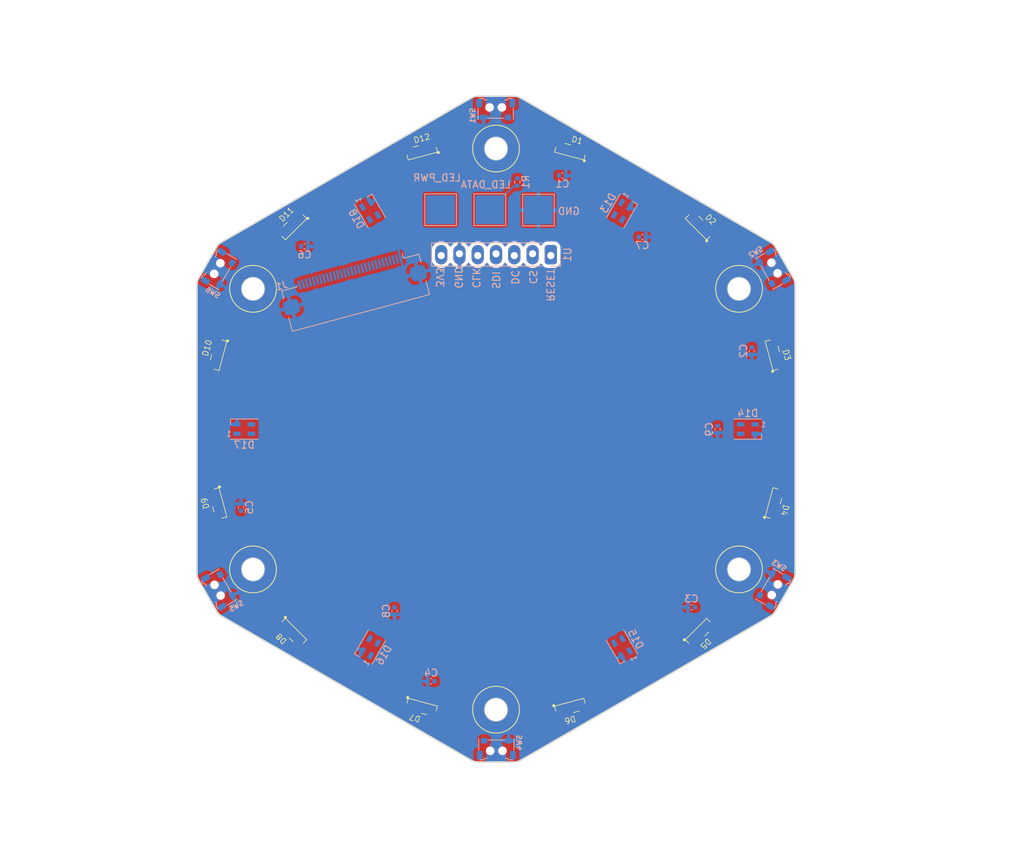
<source format=kicad_pcb>
(kicad_pcb (version 20221018) (generator pcbnew)
  (layers (0 "F.Cu" signal) (31 "B.Cu" signal) (34 "B.Paste" user) (35 "F.Paste" user) (36 "B.SilkS" user "B.Silkscreen") (37 "F.SilkS" user "F.Silkscreen") (38 "B.Mask" user) (39 "F.Mask" user) (44 "Edge.Cuts" user))
  (net 0 "")
  (net 1 "Net-(D1-DOUT)")
  (net 2 "Net-(D10-DIN)")
  (net 3 "GND")
  (net 4 "Net-(D13-DOUT)")
  (net 5 "Net-(D14-DOUT)")
  (net 6 "Net-(D15-DOUT)")
  (net 7 "Net-(D16-DOUT)")
  (net 8 "Net-(D17-DOUT)")
  (net 10 "Net-(D2-DOUT)")
  (net 11 "Net-(D3-DOUT)")
  (net 12 "Net-(D4-DOUT)")
  (net 13 "Net-(D5-DOUT)")
  (net 14 "Net-(D6-DOUT)")
  (net 15 "Net-(D7-DOUT)")
  (net 16 "Net-(D8-DOUT)")
  (net 17 "Net-(D10-DOUT)")
  (net 18 "Net-(D11-DOUT)")
  (net 19 "Net-(D12-DOUT)")
  (net 20 "/VBAT_SW")
  (net 21 "/ESPRX")
  (net 22 "/ESPTX")
  (net 23 "/ESPRESET")
  (net 24 "/ESPBL")
  (net 25 "/SCL")
  (net 26 "/SDA")
  (net 27 "/LS2")
  (net 28 "Net-(D1-DIN)")
  (net 29 "/LS1")
  (net 30 "/HS4")
  (net 31 "/HS3")
  (net 32 "/HS2")
  (net 33 "/HS1")
  (net 34 "/3V3")
  (net 35 "/BTN6")
  (net 36 "/BTN5")
  (net 37 "/BTN4")
  (net 38 "/BTN3")
  (net 39 "/BTN2")
  (net 40 "/BTN1")
  (net 41 "/LED_DATA")
  (footprint "nodular:SK6805SIDE-S" (layer "F.Cu") (at 71.715729 128.284271 135)
    (fp_text reference "D8" (at 0.5 -1.7 135 unlocked) (layer "F.SilkS") (effects (font (size 0.8 0.8) (thickness 0.1))))
    (fp_text value "SK68xx-EC3210x")
    (pad "1" smd roundrect (at -1.68 -0.45 225) (size 0.55 1.05) (layers "F.Cu" "F.Paste" "F.Mask") (roundrect_rratio 0.2) (net 20 "/VBAT_SW"))
    (pad "1" smd roundrect (at -1.48 -0.5 135) (size 0.65 1.05) (layers "F.Cu" "F.Paste" "F.Mask") (roundrect_rratio 0.2) (net 20 "/VBAT_SW"))
    (pad "2" smd roundrect (at 0.2 -0.5 135) (size 0.45 1.05) (layers "F.Cu" "F.Paste" "F.Mask") (roundrect_rratio 0.2) (net 3 "GND"))
    (pad "3" smd roundrect (at 0.95 -0.5 135) (size 0.35 1.05) (layers "F.Cu" "F.Paste" "F.Mask") (roundrect_rratio 0.2) (net 16 "Net-(D8-DOUT)"))
    (pad "4" smd roundrect (at 1.7 -0.5 135) (size 0.39 1.05) (layers "F.Cu" "F.Paste" "F.Mask") (roundrect_rratio 0.2) (net 15 "Net-(D7-DOUT)"))
    (pad "4" smd roundrect (at 1.905 -0.45 225) (size 0.55 0.8) (layers "F.Cu" "F.Paste" "F.Mask") (roundrect_rratio 0.2) (net 15 "Net-(D7-DOUT)"))
  )
  (footprint "nodular:SK6805SIDE-S" (layer "F.Cu") (at 71.715729 71.715729 45)
    (fp_text reference "D11" (at 0.5 -1.7 45 unlocked) (layer "F.SilkS") (effects (font (size 0.8 0.8) (thickness 0.1))))
    (fp_text value "SK68xx-EC3210x")
    (pad "1" smd roundrect (at -1.68 -0.45 135) (size 0.55 1.05) (layers "F.Cu" "F.Paste" "F.Mask") (roundrect_rratio 0.2) (net 20 "/VBAT_SW"))
    (pad "1" smd roundrect (at -1.48 -0.5 45) (size 0.65 1.05) (layers "F.Cu" "F.Paste" "F.Mask") (roundrect_rratio 0.2) (net 20 "/VBAT_SW"))
    (pad "2" smd roundrect (at 0.2 -0.5 45) (size 0.45 1.05) (layers "F.Cu" "F.Paste" "F.Mask") (roundrect_rratio 0.2) (net 3 "GND"))
    (pad "3" smd roundrect (at 0.95 -0.5 45) (size 0.35 1.05) (layers "F.Cu" "F.Paste" "F.Mask") (roundrect_rratio 0.2) (net 18 "Net-(D11-DOUT)"))
    (pad "4" smd roundrect (at 1.7 -0.5 45) (size 0.39 1.05) (layers "F.Cu" "F.Paste" "F.Mask") (roundrect_rratio 0.2) (net 17 "Net-(D10-DOUT)"))
    (pad "4" smd roundrect (at 1.905 -0.45 135) (size 0.55 0.8) (layers "F.Cu" "F.Paste" "F.Mask") (roundrect_rratio 0.2) (net 17 "Net-(D10-DOUT)"))
  )
  (footprint "nodular:SK6805SIDE-S" (layer "F.Cu") (at 61.362967 110.352762 105)
    (fp_text reference "D9" (at 0.5 -1.7 105 unlocked) (layer "F.SilkS") (effects (font (size 0.8 0.8) (thickness 0.1))))
    (fp_text value "SK68xx-EC3210x")
    (pad "1" smd roundrect (at -1.68 -0.45 195) (size 0.55 1.05) (layers "F.Cu" "F.Paste" "F.Mask") (roundrect_rratio 0.2) (net 20 "/VBAT_SW"))
    (pad "1" smd roundrect (at -1.48 -0.5 105) (size 0.65 1.05) (layers "F.Cu" "F.Paste" "F.Mask") (roundrect_rratio 0.2) (net 20 "/VBAT_SW"))
    (pad "2" smd roundrect (at 0.2 -0.5 105) (size 0.45 1.05) (layers "F.Cu" "F.Paste" "F.Mask") (roundrect_rratio 0.2) (net 3 "GND"))
    (pad "3" smd roundrect (at 0.95 -0.5 105) (size 0.35 1.05) (layers "F.Cu" "F.Paste" "F.Mask") (roundrect_rratio 0.2) (net 2 "Net-(D10-DIN)"))
    (pad "4" smd roundrect (at 1.7 -0.5 105) (size 0.39 1.05) (layers "F.Cu" "F.Paste" "F.Mask") (roundrect_rratio 0.2) (net 16 "Net-(D8-DOUT)"))
    (pad "4" smd roundrect (at 1.905 -0.45 195) (size 0.55 0.8) (layers "F.Cu" "F.Paste" "F.Mask") (roundrect_rratio 0.2) (net 16 "Net-(D8-DOUT)"))
  )
  (footprint "nodular:SK6805SIDE-S" (layer "F.Cu") (at 110.352762 61.362967 -15)
    (fp_text reference "D1" (at 0.5 -1.7 -15 unlocked) (layer "F.SilkS") (effects (font (size 0.8 0.8) (thickness 0.1))))
    (fp_text value "SK68xx-EC3210x")
    (pad "1" smd roundrect (at -1.68 -0.45 75) (size 0.55 1.05) (layers "F.Cu" "F.Paste" "F.Mask") (roundrect_rratio 0.2) (net 20 "/VBAT_SW"))
    (pad "1" smd roundrect (at -1.48 -0.5 345) (size 0.65 1.05) (layers "F.Cu" "F.Paste" "F.Mask") (roundrect_rratio 0.2) (net 20 "/VBAT_SW"))
    (pad "2" smd roundrect (at 0.2 -0.5 345) (size 0.45 1.05) (layers "F.Cu" "F.Paste" "F.Mask") (roundrect_rratio 0.2) (net 3 "GND"))
    (pad "3" smd roundrect (at 0.95 -0.5 345) (size 0.35 1.05) (layers "F.Cu" "F.Paste" "F.Mask") (roundrect_rratio 0.2) (net 1 "Net-(D1-DOUT)"))
    (pad "4" smd roundrect (at 1.7 -0.5 345) (size 0.39 1.05) (layers "F.Cu" "F.Paste" "F.Mask") (roundrect_rratio 0.2) (net 28 "Net-(D1-DIN)"))
    (pad "4" smd roundrect (at 1.905 -0.45 75) (size 0.55 0.8) (layers "F.Cu" "F.Paste" "F.Mask") (roundrect_rratio 0.2) (net 28 "Net-(D1-DIN)"))
  )
  (footprint "nodular:SK6805SIDE-S" (layer "F.Cu") (at 128.284271 71.715729 -45)
    (fp_text reference "D2" (at 0.5 -1.7 -45 unlocked) (layer "F.SilkS") (effects (font (size 0.8 0.8) (thickness 0.1))))
    (fp_text value "SK68xx-EC3210x")
    (pad "1" smd roundrect (at -1.68 -0.45 45) (size 0.55 1.05) (layers "F.Cu" "F.Paste" "F.Mask") (roundrect_rratio 0.2) (net 20 "/VBAT_SW"))
    (pad "1" smd roundrect (at -1.48 -0.5 315) (size 0.65 1.05) (layers "F.Cu" "F.Paste" "F.Mask") (roundrect_rratio 0.2) (net 20 "/VBAT_SW"))
    (pad "2" smd roundrect (at 0.2 -0.5 315) (size 0.45 1.05) (layers "F.Cu" "F.Paste" "F.Mask") (roundrect_rratio 0.2) (net 3 "GND"))
    (pad "3" smd roundrect (at 0.95 -0.5 315) (size 0.35 1.05) (layers "F.Cu" "F.Paste" "F.Mask") (roundrect_rratio 0.2) (net 10 "Net-(D2-DOUT)"))
    (pad "4" smd roundrect (at 1.7 -0.5 315) (size 0.39 1.05) (layers "F.Cu" "F.Paste" "F.Mask") (roundrect_rratio 0.2) (net 1 "Net-(D1-DOUT)"))
    (pad "4" smd roundrect (at 1.905 -0.45 45) (size 0.55 0.8) (layers "F.Cu" "F.Paste" "F.Mask") (roundrect_rratio 0.2) (net 1 "Net-(D1-DOUT)"))
  )
  (footprint "nodular:SK6805SIDE-S" (layer "F.Cu") (at 89.647238 61.362967 15)
    (fp_text reference "D12" (at 0.5 -1.7 15 unlocked) (layer "F.SilkS") (effects (font (size 0.8 0.8) (thickness 0.1))))
    (fp_text value "SK68xx-EC3210x")
    (pad "1" smd roundrect (at -1.68 -0.45 105) (size 0.55 1.05) (layers "F.Cu" "F.Paste" "F.Mask") (roundrect_rratio 0.2) (net 20 "/VBAT_SW"))
    (pad "1" smd roundrect (at -1.48 -0.5 15) (size 0.65 1.05) (layers "F.Cu" "F.Paste" "F.Mask") (roundrect_rratio 0.2) (net 20 "/VBAT_SW"))
    (pad "2" smd roundrect (at 0.2 -0.5 15) (size 0.45 1.05) (layers "F.Cu" "F.Paste" "F.Mask") (roundrect_rratio 0.2) (net 3 "GND"))
    (pad "3" smd roundrect (at 0.95 -0.5 15) (size 0.35 1.05) (layers "F.Cu" "F.Paste" "F.Mask") (roundrect_rratio 0.2) (net 19 "Net-(D12-DOUT)"))
    (pad "4" smd roundrect (at 1.7 -0.5 15) (size 0.39 1.05) (layers "F.Cu" "F.Paste" "F.Mask") (roundrect_rratio 0.2) (net 18 "Net-(D11-DOUT)"))
    (pad "4" smd roundrect (at 1.905 -0.45 105) (size 0.55 0.8) (layers "F.Cu" "F.Paste" "F.Mask") (roundrect_rratio 0.2) (net 18 "Net-(D11-DOUT)"))
  )
  (footprint "nodular:SK6805SIDE-S" (layer "F.Cu") (at 110.352762 138.637033 -165)
    (fp_text reference "D6" (at 0.5 -1.7 -165 unlocked) (layer "F.SilkS") (effects (font (size 0.8 0.8) (thickness 0.1))))
    (fp_text value "SK68xx-EC3210x")
    (pad "1" smd roundrect (at -1.68 -0.45 285) (size 0.55 1.05) (layers "F.Cu" "F.Paste" "F.Mask") (roundrect_rratio 0.2) (net 20 "/VBAT_SW"))
    (pad "1" smd roundrect (at -1.48 -0.5 195) (size 0.65 1.05) (layers "F.Cu" "F.Paste" "F.Mask") (roundrect_rratio 0.2) (net 20 "/VBAT_SW"))
    (pad "2" smd roundrect (at 0.2 -0.5 195) (size 0.45 1.05) (layers "F.Cu" "F.Paste" "F.Mask") (roundrect_rratio 0.2) (net 3 "GND"))
    (pad "3" smd roundrect (at 0.95 -0.5 195) (size 0.35 1.05) (layers "F.Cu" "F.Paste" "F.Mask") (roundrect_rratio 0.2) (net 14 "Net-(D6-DOUT)"))
    (pad "4" smd roundrect (at 1.7 -0.5 195) (size 0.39 1.05) (layers "F.Cu" "F.Paste" "F.Mask") (roundrect_rratio 0.2) (net 13 "Net-(D5-DOUT)"))
    (pad "4" smd roundrect (at 1.905 -0.45 285) (size 0.55 0.8) (layers "F.Cu" "F.Paste" "F.Mask") (roundrect_rratio 0.2) (net 13 "Net-(D5-DOUT)"))
  )
  (footprint "nodular:SK6805SIDE-S" (layer "F.Cu") (at 61.362967 89.647238 75)
    (fp_text reference "D10" (at 0.5 -1.7 75 unlocked) (layer "F.SilkS") (effects (font (size 0.8 0.8) (thickness 0.1))))
    (fp_text value "SK68xx-EC3210x")
    (pad "1" smd roundrect (at -1.68 -0.45 165) (size 0.55 1.05) (layers "F.Cu" "F.Paste" "F.Mask") (roundrect_rratio 0.2) (net 20 "/VBAT_SW"))
    (pad "1" smd roundrect (at -1.48 -0.5 75) (size 0.65 1.05) (layers "F.Cu" "F.Paste" "F.Mask") (roundrect_rratio 0.2) (net 20 "/VBAT_SW"))
    (pad "2" smd roundrect (at 0.2 -0.5 75) (size 0.45 1.05) (layers "F.Cu" "F.Paste" "F.Mask") (roundrect_rratio 0.2) (net 3 "GND"))
    (pad "3" smd roundrect (at 0.95 -0.5 75) (size 0.35 1.05) (layers "F.Cu" "F.Paste" "F.Mask") (roundrect_rratio 0.2) (net 17 "Net-(D10-DOUT)"))
    (pad "4" smd roundrect (at 1.7 -0.5 75) (size 0.39 1.05) (layers "F.Cu" "F.Paste" "F.Mask") (roundrect_rratio 0.2) (net 2 "Net-(D10-DIN)"))
    (pad "4" smd roundrect (at 1.905 -0.45 165) (size 0.55 0.8) (layers "F.Cu" "F.Paste" "F.Mask") (roundrect_rratio 0.2) (net 2 "Net-(D10-DIN)"))
  )
  (footprint "nodular:SK6805SIDE-S" (layer "F.Cu") (at 128.284271 128.284271 -135)
    (fp_text reference "D5" (at 0.5 -1.7 -135 unlocked) (layer "F.SilkS") (effects (font (size 0.8 0.8) (thickness 0.1))))
    (fp_text value "SK68xx-EC3210x")
    (pad "1" smd roundrect (at -1.68 -0.45 315) (size 0.55 1.05) (layers "F.Cu" "F.Paste" "F.Mask") (roundrect_rratio 0.2) (net 20 "/VBAT_SW"))
    (pad "1" smd roundrect (at -1.48 -0.5 225) (size 0.65 1.05) (layers "F.Cu" "F.Paste" "F.Mask") (roundrect_rratio 0.2) (net 20 "/VBAT_SW"))
    (pad "2" smd roundrect (at 0.2 -0.5 225) (size 0.45 1.05) (layers "F.Cu" "F.Paste" "F.Mask") (roundrect_rratio 0.2) (net 3 "GND"))
    (pad "3" smd roundrect (at 0.95 -0.5 225) (size 0.35 1.05) (layers "F.Cu" "F.Paste" "F.Mask") (roundrect_rratio 0.2) (net 13 "Net-(D5-DOUT)"))
    (pad "4" smd roundrect (at 1.7 -0.5 225) (size 0.39 1.05) (layers "F.Cu" "F.Paste" "F.Mask") (roundrect_rratio 0.2) (net 12 "Net-(D4-DOUT)"))
    (pad "4" smd roundrect (at 1.905 -0.45 315) (size 0.55 0.8) (layers "F.Cu" "F.Paste" "F.Mask") (roundrect_rratio 0.2) (net 12 "Net-(D4-DOUT)"))
  )
  (footprint "nodular:SK6805SIDE-S" (layer "F.Cu") (at 89.647238 138.637033 165)
    (fp_text reference "D7" (at 0.5 -1.7 165 unlocked) (layer "F.SilkS") (effects (font (size 0.8 0.8) (thickness 0.1))))
    (fp_text value "SK68xx-EC3210x")
    (pad "1" smd roundrect (at -1.68 -0.45 255) (size 0.55 1.05) (layers "F.Cu" "F.Paste" "F.Mask") (roundrect_rratio 0.2) (net 20 "/VBAT_SW"))
    (pad "1" smd roundrect (at -1.48 -0.5 165) (size 0.65 1.05) (layers "F.Cu" "F.Paste" "F.Mask") (roundrect_rratio 0.2) (net 20 "/VBAT_SW"))
    (pad "2" smd roundrect (at 0.2 -0.5 165) (size 0.45 1.05) (layers "F.Cu" "F.Paste" "F.Mask") (roundrect_rratio 0.2) (net 3 "GND"))
    (pad "3" smd roundrect (at 0.95 -0.5 165) (size 0.35 1.05) (layers "F.Cu" "F.Paste" "F.Mask") (roundrect_rratio 0.2) (net 15 "Net-(D7-DOUT)"))
    (pad "4" smd roundrect (at 1.7 -0.5 165) (size 0.39 1.05) (layers "F.Cu" "F.Paste" "F.Mask") (roundrect_rratio 0.2) (net 14 "Net-(D6-DOUT)"))
    (pad "4" smd roundrect (at 1.905 -0.45 255) (size 0.55 0.8) (layers "F.Cu" "F.Paste" "F.Mask") (roundrect_rratio 0.2) (net 14 "Net-(D6-DOUT)"))
  )
  (footprint "nodular:SK6805SIDE-S" (layer "F.Cu") (at 138.637033 89.647238 -75)
    (fp_text reference "D3" (at 0.5 -1.7 -75 unlocked) (layer "F.SilkS") (effects (font (size 0.8 0.8) (thickness 0.1))))
    (fp_text value "SK68xx-EC3210x")
    (pad "1" smd roundrect (at -1.68 -0.45 15) (size 0.55 1.05) (layers "F.Cu" "F.Paste" "F.Mask") (roundrect_rratio 0.2) (net 20 "/VBAT_SW"))
    (pad "1" smd roundrect (at -1.48 -0.5 285) (size 0.65 1.05) (layers "F.Cu" "F.Paste" "F.Mask") (roundrect_rratio 0.2) (net 20 "/VBAT_SW"))
    (pad "2" smd roundrect (at 0.2 -0.5 285) (size 0.45 1.05) (layers "F.Cu" "F.Paste" "F.Mask") (roundrect_rratio 0.2) (net 3 "GND"))
    (pad "3" smd roundrect (at 0.95 -0.5 285) (size 0.35 1.05) (layers "F.Cu" "F.Paste" "F.Mask") (roundrect_rratio 0.2) (net 11 "Net-(D3-DOUT)"))
    (pad "4" smd roundrect (at 1.7 -0.5 285) (size 0.39 1.05) (layers "F.Cu" "F.Paste" "F.Mask") (roundrect_rratio 0.2) (net 10 "Net-(D2-DOUT)"))
    (pad "4" smd roundrect (at 1.905 -0.45 15) (size 0.55 0.8) (layers "F.Cu" "F.Paste" "F.Mask") (roundrect_rratio 0.2) (net 10 "Net-(D2-DOUT)"))
  )
  (footprint "nodular:SK6805SIDE-S" (layer "F.Cu") (at 138.637033 110.352762 -105)
    (fp_text reference "D4" (at 0.5 -1.7 -105 unlocked) (layer "F.SilkS") (effects (font (size 0.8 0.8) (thickness 0.1))))
    (fp_text value "SK68xx-EC3210x")
    (pad "1" smd roundrect (at -1.68 -0.45 345) (size 0.55 1.05) (layers "F.Cu" "F.Paste" "F.Mask") (roundrect_rratio 0.2) (net 20 "/VBAT_SW"))
    (pad "1" smd roundrect (at -1.48 -0.5 255) (size 0.65 1.05) (layers "F.Cu" "F.Paste" "F.Mask") (roundrect_rratio 0.2) (net 20 "/VBAT_SW"))
    (pad "2" smd roundrect (at 0.2 -0.5 255) (size 0.45 1.05) (layers "F.Cu" "F.Paste" "F.Mask") (roundrect_rratio 0.2) (net 3 "GND"))
    (pad "3" smd roundrect (at 0.95 -0.5 255) (size 0.35 1.05) (layers "F.Cu" "F.Paste" "F.Mask") (roundrect_rratio 0.2) (net 12 "Net-(D4-DOUT)"))
    (pad "4" smd roundrect (at 1.7 -0.5 255) (size 0.39 1.05) (layers "F.Cu" "F.Paste" "F.Mask") (roundrect_rratio 0.2) (net 11 "Net-(D3-DOUT)"))
    (pad "4" smd roundrect (at 1.905 -0.45 345) (size 0.55 0.8) (layers "F.Cu" "F.Paste" "F.Mask") (roundrect_rratio 0.2) (net 11 "Net-(D3-DOUT)"))
  )
  (footprint "LED_SMD:LED_SK6805_PLCC4_2.4x2.7mm_P1.3mm" (layer "B.Cu") (at 117.5 130.310889 120)
    (fp_text reference "D15" (at 0 2.2 120) (layer "B.SilkS") (effects (justify mirror)))
    (fp_text value "SK6805MICRO-J")
    (fp_text user "1" (at -2.15 0.65 120) (layer "B.SilkS") (effects (font (size 0.75 0.75) (thickness 0.12)) (justify mirror)))
    (pad "1" smd rect (at -1 0.65 120) (size 1 0.6) (layers "B.Cu" "B.Paste" "B.Mask") (net 6 "Net-(D15-DOUT)"))
    (pad "2" smd rect (at -1 -0.65 120) (size 1 0.6) (layers "B.Cu" "B.Paste" "B.Mask") (net 3 "GND"))
    (pad "3" smd rect (at 1 -0.65 120) (size 1 0.6) (layers "B.Cu" "B.Paste" "B.Mask") (net 5 "Net-(D14-DOUT)"))
    (pad "4" smd rect (at 1 0.65 120) (size 1 0.6) (layers "B.Cu" "B.Paste" "B.Mask") (net 20 "/VBAT_SW"))
  )
  (footprint "Capacitor_SMD:C_0402_1005Metric" (layer "B.Cu") (at 135.55 89.13 -90)
    (fp_text reference "C2" (at 0 1.16 90) (layer "B.SilkS") (effects (justify mirror)))
    (fp_text value "1u")
    (pad "1" smd roundrect (at -0.48 0 270) (size 0.56 0.62) (layers "B.Cu" "B.Paste" "B.Mask") (net 20 "/VBAT_SW"))
    (pad "2" smd roundrect (at 0.48 0 270) (size 0.56 0.62) (layers "B.Cu" "B.Paste" "B.Mask") (net 3 "GND"))
  )
  (footprint "Capacitor_SMD:C_0402_1005Metric" (layer "B.Cu") (at 109.22 64.75)
    (fp_text reference "C1" (at 0 1.16) (layer "B.SilkS") (effects (justify mirror)))
    (fp_text value "1u")
    (pad "1" smd roundrect (at -0.48 0) (size 0.56 0.62) (layers "B.Cu" "B.Paste" "B.Mask") (net 20 "/VBAT_SW"))
    (pad "2" smd roundrect (at 0.48 0) (size 0.56 0.62) (layers "B.Cu" "B.Paste" "B.Mask") (net 3 "GND"))
  )
  (footprint "Capacitor_SMD:C_0402_1005Metric" (layer "B.Cu") (at 130.8 100.03 -90)
    (fp_text reference "C9" (at 0 1.16 90) (layer "B.SilkS") (effects (justify mirror)))
    (fp_text value "1u")
    (pad "1" smd roundrect (at -0.48 0 270) (size 0.56 0.62) (layers "B.Cu" "B.Paste" "B.Mask") (net 20 "/VBAT_SW"))
    (pad "2" smd roundrect (at 0.48 0 270) (size 0.56 0.62) (layers "B.Cu" "B.Paste" "B.Mask") (net 3 "GND"))
  )
  (footprint "Capacitor_SMD:C_0402_1005Metric" (layer "B.Cu") (at 73.38 74.6)
    (fp_text reference "C6" (at 0 1.16) (layer "B.SilkS") (effects (justify mirror)))
    (fp_text value "1u")
    (pad "1" smd roundrect (at -0.48 0) (size 0.56 0.62) (layers "B.Cu" "B.Paste" "B.Mask") (net 20 "/VBAT_SW"))
    (pad "2" smd roundrect (at 0.48 0) (size 0.56 0.62) (layers "B.Cu" "B.Paste" "B.Mask") (net 3 "GND"))
  )
  (footprint "nodular:sidebutton-1TS003B-1400-3500A-CT" (layer "B.Cu") (at 138.748656 122.325359 60)
    (fp_text reference "SW3" (at 3.21 -1.14 150) (layer "B.SilkS") (effects (font (size 0.7 0.7)) (justify mirror)))
    (fp_text value "SW_Push")
    (pad "" smd roundrect (at -2.3 0.6 60) (size 0.8 1.2) (layers "B.Cu" "B.Paste" "B.Mask"))
    (pad "" np_thru_hole circle (at -0.85 0 60) (size 0.7 0.7) (drill 0.7) (layers "*.Cu" "*.Mask"))
    (pad "" np_thru_hole circle (at 0.85 0 60) (size 0.7 0.7) (drill 0.7) (layers "*.Cu" "*.Mask"))
    (pad "" smd roundrect (at 2.3 0.6 60) (size 0.8 1.2) (layers "B.Cu" "B.Paste" "B.Mask"))
    (pad "1" smd roundrect (at -1.7 -1.4 60) (size 0.9 0.8) (layers "B.Cu" "B.Paste" "B.Mask") (net 38 "/BTN3"))
    (pad "2" smd roundrect (at 1.7 -1.4 60) (size 0.9 0.8) (layers "B.Cu" "B.Paste" "B.Mask") (net 3 "GND"))
  )
  (footprint "nodular:sidebutton-1TS003B-1400-3500A-CT" (layer "B.Cu") (at 138.708656 77.605359 120)
    (fp_text reference "SW2" (at 3.21 -1.14 30) (layer "B.SilkS") (effects (font (size 0.7 0.7)) (justify mirror)))
    (fp_text value "SW_Push")
    (pad "" smd roundrect (at -2.3 0.6 120) (size 0.8 1.2) (layers "B.Cu" "B.Paste" "B.Mask"))
    (pad "" np_thru_hole circle (at -0.85 0 120) (size 0.7 0.7) (drill 0.7) (layers "*.Cu" "*.Mask"))
    (pad "" np_thru_hole circle (at 0.85 0 120) (size 0.7 0.7) (drill 0.7) (layers "*.Cu" "*.Mask"))
    (pad "" smd roundrect (at 2.3 0.6 120) (size 0.8 1.2) (layers "B.Cu" "B.Paste" "B.Mask"))
    (pad "1" smd roundrect (at -1.7 -1.4 120) (size 0.9 0.8) (layers "B.Cu" "B.Paste" "B.Mask") (net 39 "/BTN2"))
    (pad "2" smd roundrect (at 1.7 -1.4 120) (size 0.9 0.8) (layers "B.Cu" "B.Paste" "B.Mask") (net 3 "GND"))
  )
  (footprint "Capacitor_SMD:C_0402_1005Metric" (layer "B.Cu") (at 64.55 110.87 90)
    (fp_text reference "C5" (at 0 1.16 90) (layer "B.SilkS") (effects (justify mirror)))
    (fp_text value "1u")
    (pad "1" smd roundrect (at -0.48 0 90) (size 0.56 0.62) (layers "B.Cu" "B.Paste" "B.Mask") (net 20 "/VBAT_SW"))
    (pad "2" smd roundrect (at 0.48 0 90) (size 0.56 0.62) (layers "B.Cu" "B.Paste" "B.Mask") (net 3 "GND"))
  )
  (footprint "nodular:Jushuo_AFC01-S30FCC-00_1x30-1MP_P0.50mm_Horizontal" (layer "B.Cu") (at 80.490668 81.066353 -165)
    (fp_text reference "J1" (at 9.7 3.65 15) (layer "B.SilkS") (effects (justify mirror)))
    (fp_text value "Conn_01x30_MountingPin")
    (pad "1" smd roundrect (at -7.275 3.08 195) (size 0.3 1.3) (layers "B.Cu" "B.Paste" "B.Mask") (net 3 "GND"))
    (pad "2" smd roundrect (at -6.775 3.08 195) (size 0.3 1.3) (layers "B.Cu" "B.Paste" "B.Mask") (net 3 "GND"))
    (pad "3" smd roundrect (at -6.275 3.08 195) (size 0.3 1.3) (layers "B.Cu" "B.Paste" "B.Mask") (net 21 "/ESPRX"))
    (pad "4" smd roundrect (at -5.775 3.08 195) (size 0.3 1.3) (layers "B.Cu" "B.Paste" "B.Mask") (net 22 "/ESPTX"))
    (pad "5" smd roundrect (at -5.275 3.08 195) (size 0.3 1.3) (layers "B.Cu" "B.Paste" "B.Mask") (net 23 "/ESPRESET"))
    (pad "6" smd roundrect (at -4.775 3.08 195) (size 0.3 1.3) (layers "B.Cu" "B.Paste" "B.Mask") (net 24 "/ESPBL"))
    (pad "7" smd roundrect (at -4.275 3.08 195) (size 0.3 1.3) (layers "B.Cu" "B.Paste" "B.Mask") (net 25 "/SCL"))
    (pad "8" smd roundrect (at -3.775 3.08 195) (size 0.3 1.3) (layers "B.Cu" "B.Paste" "B.Mask") (net 26 "/SDA"))
    (pad "9" smd roundrect (at -3.275 3.08 195) (size 0.3 1.3) (layers "B.Cu" "B.Paste" "B.Mask") (net 27 "/LS2"))
    (pad "10" smd roundrect (at -2.775 3.08 195) (size 0.3 1.3) (layers "B.Cu" "B.Paste" "B.Mask") (net 29 "/LS1"))
    (pad "11" smd roundrect (at -2.275 3.08 195) (size 0.3 1.3) (layers "B.Cu" "B.Paste" "B.Mask") (net 3 "GND"))
    (pad "12" smd roundrect (at -1.775 3.08 195) (size 0.3 1.3) (layers "B.Cu" "B.Paste" "B.Mask") (net 30 "/HS4"))
    (pad "13" smd roundrect (at -1.275 3.08 195) (size 0.3 1.3) (layers "B.Cu" "B.Paste" "B.Mask") (net 31 "/HS3"))
    (pad "14" smd roundrect (at -0.775 3.08 195) (size 0.3 1.3) (layers "B.Cu" "B.Paste" "B.Mask") (net 32 "/HS2"))
    (pad "15" smd roundrect (at -0.275 3.08 195) (size 0.3 1.3) (layers "B.Cu" "B.Paste" "B.Mask") (net 33 "/HS1"))
    (pad "16" smd roundrect (at 0.225 3.08 195) (size 0.3 1.3) (layers "B.Cu" "B.Paste" "B.Mask") (net 3 "GND"))
    (pad "17" smd roundrect (at 0.725 3.08 195) (size 0.3 1.3) (layers "B.Cu" "B.Paste" "B.Mask") (net 3 "GND"))
    (pad "18" smd roundrect (at 1.225 3.08 195) (size 0.3 1.3) (layers "B.Cu" "B.Paste" "B.Mask") (net 34 "/3V3"))
    (pad "19" smd roundrect (at 1.725 3.08 195) (size 0.3 1.3) (layers "B.Cu" "B.Paste" "B.Mask") (net 34 "/3V3"))
    (pad "20" smd roundrect (at 2.225 3.08 195) (size 0.3 1.3) (layers "B.Cu" "B.Paste" "B.Mask") (net 35 "/BTN6"))
    (pad "21" smd roundrect (at 2.725 3.08 195) (size 0.3 1.3) (layers "B.Cu" "B.Paste" "B.Mask") (net 36 "/BTN5"))
    (pad "22" smd roundrect (at 3.225 3.08 195) (size 0.3 1.3) (layers "B.Cu" "B.Paste" "B.Mask") (net 37 "/BTN4"))
    (pad "23" smd roundrect (at 3.725 3.08 195) (size 0.3 1.3) (layers "B.Cu" "B.Paste" "B.Mask") (net 38 "/BTN3"))
    (pad "24" smd roundrect (at 4.225 3.08 195) (size 0.3 1.3) (layers "B.Cu" "B.Paste" "B.Mask") (net 39 "/BTN2"))
    (pad "25" smd roundrect (at 4.725 3.08 195) (size 0.3 1.3) (layers "B.Cu" "B.Paste" "B.Mask") (net 40 "/BTN1"))
    (pad "26" smd roundrect (at 5.225 3.08 195) (size 0.3 1.3) (layers "B.Cu" "B.Paste" "B.Mask") (net 3 "GND"))
    (pad "27" smd roundrect (at 5.725 3.08 195) (size 0.3 1.3) (layers "B.Cu" "B.Paste" "B.Mask") (net 20 "/VBAT_SW"))
    (pad "28" smd roundrect (at 6.225 3.08 195) (size 0.3 1.3) (layers "B.Cu" "B.Paste" "B.Mask") (net 20 "/VBAT_SW"))
    (pad "29" smd roundrect (at 6.725 3.08 195) (size 0.3 1.3) (layers "B.Cu" "B.Paste" "B.Mask") (net 41 "/LED_DATA"))
    (pad "30" smd roundrect (at 7.225 3.08 195) (size 0.3 1.3) (layers "B.Cu" "B.Paste" "B.Mask") (net 3 "GND"))
    (pad "MP" smd roundrect (at -9.125 0.4 195) (size 2.2 2) (layers "B.Cu" "B.Paste" "B.Mask") (net 3 "GND"))
    (pad "MP" smd roundrect (at 9.125 0.4 195) (size 2.2 2) (layers "B.Cu" "B.Paste" "B.Mask") (net 3 "GND"))
  )
  (footprint "LED_SMD:LED_SK6805_PLCC4_2.4x2.7mm_P1.3mm" (layer "B.Cu") (at 65 100)
    (fp_text reference "D17" (at 0 2.2) (layer "B.SilkS") (effects (justify mirror)))
    (fp_text value "SK6805MICRO-J")
    (fp_text user "1" (at -2.15 0.65) (layer "B.SilkS") (effects (font (size 0.75 0.75) (thickness 0.12)) (justify mirror)))
    (pad "1" smd rect (at -1 0.65) (size 1 0.6) (layers "B.Cu" "B.Paste" "B.Mask") (net 8 "Net-(D17-DOUT)"))
    (pad "2" smd rect (at -1 -0.65) (size 1 0.6) (layers "B.Cu" "B.Paste" "B.Mask") (net 3 "GND"))
    (pad "3" smd rect (at 1 -0.65) (size 1 0.6) (layers "B.Cu" "B.Paste" "B.Mask") (net 7 "Net-(D16-DOUT)"))
    (pad "4" smd rect (at 1 0.65) (size 1 0.6) (layers "B.Cu" "B.Paste" "B.Mask") (net 20 "/VBAT_SW"))
  )
  (footprint "nodular:sidebutton-1TS003B-1400-3500A-CT" (layer "B.Cu") (at 61.251344 77.674641 -120)
    (fp_text reference "SW6" (at 3.21 -1.14 150) (layer "B.SilkS") (effects (font (size 0.7 0.7)) (justify mirror)))
    (fp_text value "SW_Push")
    (pad "" smd roundrect (at -2.3 0.6 240) (size 0.8 1.2) (layers "B.Cu" "B.Paste" "B.Mask"))
    (pad "" np_thru_hole circle (at -0.85 0 240) (size 0.7 0.7) (drill 0.7) (layers "*.Cu" "*.Mask"))
    (pad "" np_thru_hole circle (at 0.85 0 240) (size 0.7 0.7) (drill 0.7) (layers "*.Cu" "*.Mask"))
    (pad "" smd roundrect (at 2.3 0.6 240) (size 0.8 1.2) (layers "B.Cu" "B.Paste" "B.Mask"))
    (pad "1" smd roundrect (at -1.7 -1.4 240) (size 0.9 0.8) (layers "B.Cu" "B.Paste" "B.Mask") (net 35 "/BTN6"))
    (pad "2" smd roundrect (at 1.7 -1.4 240) (size 0.9 0.8) (layers "B.Cu" "B.Paste" "B.Mask") (net 3 "GND"))
  )
  (footprint "LED_SMD:LED_SK6805_PLCC4_2.4x2.7mm_P1.3mm" (layer "B.Cu") (at 135 100 180)
    (fp_text reference "D14" (at 0 2.2) (layer "B.SilkS") (effects (justify mirror)))
    (fp_text value "SK6805MICRO-J")
    (fp_text user "1" (at -2.15 0.65) (layer "B.SilkS") (effects (font (size 0.75 0.75) (thickness 0.12)) (justify mirror)))
    (pad "1" smd rect (at -1 0.65 180) (size 1 0.6) (layers "B.Cu" "B.Paste" "B.Mask") (net 5 "Net-(D14-DOUT)"))
    (pad "2" smd rect (at -1 -0.65 180) (size 1 0.6) (layers "B.Cu" "B.Paste" "B.Mask") (net 3 "GND"))
    (pad "3" smd rect (at 1 -0.65 180) (size 1 0.6) (layers "B.Cu" "B.Paste" "B.Mask") (net 4 "Net-(D13-DOUT)"))
    (pad "4" smd rect (at 1 0.65 180) (size 1 0.6) (layers "B.Cu" "B.Paste" "B.Mask") (net 20 "/VBAT_SW"))
  )
  (footprint "TestPoint:TestPoint_Pad_4.0x4.0mm" (layer "B.Cu") (at 105.9 69.55 180)
    (fp_text reference "TP3" hide)
    (fp_text value "TestPoint")
    (pad "1" smd rect (at 0 0 180) (size 4 4) (layers "B.Cu" "B.Mask") (net 3 "GND"))
  )
  (footprint "LED_SMD:LED_SK6805_PLCC4_2.4x2.7mm_P1.3mm" (layer "B.Cu") (at 82.5 69.689111 -60)
    (fp_text reference "D18" (at 0 2.2 120) (layer "B.SilkS") (effects (justify mirror)))
    (fp_text value "SK6805MICRO-J")
    (fp_text user "1" (at -2.15 0.65 120) (layer "B.SilkS") (effects (font (size 0.75 0.75) (thickness 0.12)) (justify mirror)))
    (pad "1" smd rect (at -1 0.65 300) (size 1 0.6) (layers "B.Cu" "B.Paste" "B.Mask"))
    (pad "2" smd rect (at -1 -0.65 300) (size 1 0.6) (layers "B.Cu" "B.Paste" "B.Mask") (net 3 "GND"))
    (pad "3" smd rect (at 1 -0.65 300) (size 1 0.6) (layers "B.Cu" "B.Paste" "B.Mask") (net 8 "Net-(D17-DOUT)"))
    (pad "4" smd rect (at 1 0.65 300) (size 1 0.6) (layers "B.Cu" "B.Paste" "B.Mask") (net 20 "/VBAT_SW"))
  )
  (footprint "TestPoint:TestPoint_Pad_4.0x4.0mm" (layer "B.Cu") (at 99.15 69.5 180)
    (fp_text reference "TP2" hide)
    (fp_text value "TestPoint")
    (pad "1" smd rect (at 0 0 180) (size 4 4) (layers "B.Cu" "B.Mask") (net 41 "/LED_DATA"))
  )
  (footprint "LED_SMD:LED_SK6805_PLCC4_2.4x2.7mm_P1.3mm" (layer "B.Cu") (at 117.5 69.689111 -120)
    (fp_text reference "D13" (at 0 2.2 60) (layer "B.SilkS") (effects (justify mirror)))
    (fp_text value "SK6805MICRO-J")
    (fp_text user "1" (at -2.15 0.65 60) (layer "B.SilkS") (effects (font (size 0.75 0.75) (thickness 0.12)) (justify mirror)))
    (pad "1" smd rect (at -1 0.65 240) (size 1 0.6) (layers "B.Cu" "B.Paste" "B.Mask") (net 4 "Net-(D13-DOUT)"))
    (pad "2" smd rect (at -1 -0.65 240) (size 1 0.6) (layers "B.Cu" "B.Paste" "B.Mask") (net 3 "GND"))
    (pad "3" smd rect (at 1 -0.65 240) (size 1 0.6) (layers "B.Cu" "B.Paste" "B.Mask") (net 19 "Net-(D12-DOUT)"))
    (pad "4" smd rect (at 1 0.65 240) (size 1 0.6) (layers "B.Cu" "B.Paste" "B.Mask") (net 20 "/VBAT_SW"))
  )
  (footprint "Capacitor_SMD:C_0402_1005Metric" (layer "B.Cu") (at 90.97 135.05 180)
    (fp_text reference "C4" (at 0 1.16) (layer "B.SilkS") (effects (justify mirror)))
    (fp_text value "1u")
    (pad "1" smd roundrect (at -0.48 0 180) (size 0.56 0.62) (layers "B.Cu" "B.Paste" "B.Mask") (net 20 "/VBAT_SW"))
    (pad "2" smd roundrect (at 0.48 0 180) (size 0.56 0.62) (layers "B.Cu" "B.Paste" "B.Mask") (net 3 "GND"))
  )
  (footprint "TestPoint:TestPoint_Pad_4.0x4.0mm" (layer "B.Cu") (at 92.3 69.5 180)
    (fp_text reference "TP1" hide)
    (fp_text value "TestPoint")
    (pad "1" smd rect (at 0 0 180) (size 4 4) (layers "B.Cu" "B.Mask") (net 20 "/VBAT_SW"))
  )
  (footprint "Capacitor_SMD:C_0402_1005Metric" (layer "B.Cu") (at 85.9 125.27 -90)
    (fp_text reference "C8" (at 0 1.16 90) (layer "B.SilkS") (effects (justify mirror)))
    (fp_text value "1u")
    (pad "1" smd roundrect (at -0.48 0 270) (size 0.56 0.62) (layers "B.Cu" "B.Paste" "B.Mask") (net 20 "/VBAT_SW"))
    (pad "2" smd roundrect (at 0.48 0 270) (size 0.56 0.62) (layers "B.Cu" "B.Paste" "B.Mask") (net 3 "GND"))
  )
  (footprint "Capacitor_SMD:C_0402_1005Metric" (layer "B.Cu") (at 120.33 73.3)
    (fp_text reference "C7" (at 0 1.16) (layer "B.SilkS") (effects (justify mirror)))
    (fp_text value "1u")
    (pad "1" smd roundrect (at -0.48 0) (size 0.56 0.62) (layers "B.Cu" "B.Paste" "B.Mask") (net 20 "/VBAT_SW"))
    (pad "2" smd roundrect (at 0.48 0) (size 0.56 0.62) (layers "B.Cu" "B.Paste" "B.Mask") (net 3 "GND"))
  )
  (footprint "nodular:sidebutton-1TS003B-1400-3500A-CT" (layer "B.Cu") (at 99.96 55.28 180)
    (fp_text reference "SW1" (at 3.21 -1.14 90) (layer "B.SilkS") (effects (font (size 0.7 0.7)) (justify mirror)))
    (fp_text value "SW_Push")
    (pad "" smd roundrect (at -2.3 0.6 180) (size 0.8 1.2) (layers "B.Cu" "B.Paste" "B.Mask"))
    (pad "" np_thru_hole circle (at -0.85 0 180) (size 0.7 0.7) (drill 0.7) (layers "*.Cu" "*.Mask"))
    (pad "" np_thru_hole circle (at 0.85 0 180) (size 0.7 0.7) (drill 0.7) (layers "*.Cu" "*.Mask"))
    (pad "" smd roundrect (at 2.3 0.6 180) (size 0.8 1.2) (layers "B.Cu" "B.Paste" "B.Mask"))
    (pad "1" smd roundrect (at -1.7 -1.4 180) (size 0.9 0.8) (layers "B.Cu" "B.Paste" "B.Mask") (net 40 "/BTN1"))
    (pad "2" smd roundrect (at 1.7 -1.4 180) (size 0.9 0.8) (layers "B.Cu" "B.Paste" "B.Mask") (net 3 "GND"))
  )
  (footprint "LED_SMD:LED_SK6805_PLCC4_2.4x2.7mm_P1.3mm" (layer "B.Cu") (at 82.5 130.310889 60)
    (fp_text reference "D16" (at 0 2.2 60) (layer "B.SilkS") (effects (justify mirror)))
    (fp_text value "SK6805MICRO-J")
    (fp_text user "1" (at -2.15 0.65 60) (layer "B.SilkS") (effects (font (size 0.75 0.75) (thickness 0.12)) (justify mirror)))
    (pad "1" smd rect (at -1 0.65 60) (size 1 0.6) (layers "B.Cu" "B.Paste" "B.Mask") (net 7 "Net-(D16-DOUT)"))
    (pad "2" smd rect (at -1 -0.65 60) (size 1 0.6) (layers "B.Cu" "B.Paste" "B.Mask") (net 3 "GND"))
    (pad "3" smd rect (at 1 -0.65 60) (size 1 0.6) (layers "B.Cu" "B.Paste" "B.Mask") (net 6 "Net-(D15-DOUT)"))
    (pad "4" smd rect (at 1 0.65 60) (size 1 0.6) (layers "B.Cu" "B.Paste" "B.Mask") (net 20 "/VBAT_SW"))
  )
  (footprint "nodular:sidebutton-1TS003B-1400-3500A-CT" (layer "B.Cu") (at 100.04 144.72)
    (fp_text reference "SW4" (at 3.21 -1.14 90) (layer "B.SilkS") (effects (font (size 0.7 0.7)) (justify mirror)))
    (fp_text value "SW_Push")
    (pad "" smd roundrect (at -2.3 0.6) (size 0.8 1.2) (layers "B.Cu" "B.Paste" "B.Mask"))
    (pad "" np_thru_hole circle (at -0.85 0) (size 0.7 0.7) (drill 0.7) (layers "*.Cu" "*.Mask"))
    (pad "" np_thru_hole circle (at 0.85 0) (size 0.7 0.7) (drill 0.7) (layers "*.Cu" "*.Mask"))
    (pad "" smd roundrect (at 2.3 0.6) (size 0.8 1.2) (layers "B.Cu" "B.Paste" "B.Mask"))
    (pad "1" smd roundrect (at -1.7 -1.4) (size 0.9 0.8) (layers "B.Cu" "B.Paste" "B.Mask") (net 37 "/BTN4"))
    (pad "2" smd roundrect (at 1.7 -1.4) (size 0.9 0.8) (layers "B.Cu" "B.Paste" "B.Mask") (net 3 "GND"))
  )
  (footprint "nodular:PinHeader_1x07_P2.54mm_Vertical_LockPads" (layer "B.Cu") (at 100 75.75 180)
    (fp_text reference "U1" (at -9.95 0 90) (layer "B.SilkS") (effects (justify mirror)))
    (fp_text value "~")
    (pad "1" thru_hole roundrect (at -7.62 -0.127 90) (size 2.7 1.7) (drill 1 (offset 0.127 0)) (layers "*.Cu" "*.Mask") (net 27 "/LS2"))
    (pad "2" thru_hole oval (at -5.08 0.127 270) (size 2.7 1.7) (drill 1 (offset 0.127 0)) (layers "*.Cu" "*.Mask") (net 30 "/HS4"))
    (pad "3" thru_hole oval (at -2.54 -0.127 90) (size 2.7 1.7) (drill 1 (offset 0.127 0)) (layers "*.Cu" "*.Mask") (net 31 "/HS3"))
    (pad "4" thru_hole oval (at 0 0.127 270) (size 2.7 1.7) (drill 1 (offset 0.127 0)) (layers "*.Cu" "*.Mask") (net 32 "/HS2"))
    (pad "5" thru_hole oval (at 2.54 -0.127 90) (size 2.7 1.7) (drill 1 (offset 0.127 0)) (layers "*.Cu" "*.Mask") (net 33 "/HS1"))
    (pad "6" thru_hole oval (at 5.08 0.127 270) (size 2.7 1.7) (drill 1 (offset 0.127 0)) (layers "*.Cu" "*.Mask") (net 3 "GND"))
    (pad "7" thru_hole oval (at 7.62 -0.127 90) (size 2.7 1.7) (drill 1 (offset 0.127 0)) (layers "*.Cu" "*.Mask") (net 34 "/3V3"))
  )
  (footprint "nodular:sidebutton-1TS003B-1400-3500A-CT" (layer "B.Cu") (at 61.291344 122.394641 -60)
    (fp_text reference "SW5" (at 3.21 -1.14 30) (layer "B.SilkS") (effects (font (size 0.7 0.7)) (justify mirror)))
    (fp_text value "SW_Push")
    (pad "" smd roundrect (at -2.3 0.6 300) (size 0.8 1.2) (layers "B.Cu" "B.Paste" "B.Mask"))
    (pad "" np_thru_hole circle (at -0.85 0 300) (size 0.7 0.7) (drill 0.7) (layers "*.Cu" "*.Mask"))
    (pad "" np_thru_hole circle (at 0.85 0 300) (size 0.7 0.7) (drill 0.7) (layers "*.Cu" "*.Mask"))
    (pad "" smd roundrect (at 2.3 0.6 300) (size 0.8 1.2) (layers "B.Cu" "B.Paste" "B.Mask"))
    (pad "1" smd roundrect (at -1.7 -1.4 300) (size 0.9 0.8) (layers "B.Cu" "B.Paste" "B.Mask") (net 36 "/BTN5"))
    (pad "2" smd roundrect (at 1.7 -1.4 300) (size 0.9 0.8) (layers "B.Cu" "B.Paste" "B.Mask") (net 3 "GND"))
  )
  (footprint "Resistor_SMD:R_0402_1005Metric" (layer "B.Cu") (at 102.95 65.65 90)
    (fp_text reference "R1" (at 0 1.17 90) (layer "B.SilkS") (effects (justify mirror)))
    (fp_text value "1k")
    (pad "1" smd roundrect (at -0.51 0 90) (size 0.54 0.64) (layers "B.Cu" "B.Paste" "B.Mask") (net 41 "/LED_DATA"))
    (pad "2" smd roundrect (at 0.51 0 90) (size 0.54 0.64) (layers "B.Cu" "B.Paste" "B.Mask") (net 28 "Net-(D1-DIN)"))
  )
  (footprint "Capacitor_SMD:C_0402_1005Metric" (layer "B.Cu") (at 127.17 124.75 180)
    (fp_text reference "C3" (at 0 1.16) (layer "B.SilkS") (effects (justify mirror)))
    (fp_text value "1u")
    (pad "1" smd roundrect (at -0.48 0 180) (size 0.56 0.62) (layers "B.Cu" "B.Paste" "B.Mask") (net 20 "/VBAT_SW"))
    (pad "2" smd roundrect (at 0.48 0 180) (size 0.56 0.62) (layers "B.Cu" "B.Paste" "B.Mask") (net 3 "GND"))
  )
  (gr_circle (center 100 139) (end 103.25 139) (stroke (width 0.12)) (fill none) (layer "F.SilkS"))
  (gr_circle (center 66.225009 80.5) (end 64.600009 83.314583) (stroke (width 0.12)) (fill none) (layer "F.SilkS"))
  (gr_circle (center 100 61) (end 96.75 61) (stroke (width 0.12)) (fill none) (layer "F.SilkS"))
  (gr_circle (center 66.225009 119.5) (end 67.850009 122.314583) (stroke (width 0.12)) (fill none) (layer "F.SilkS"))
  (gr_circle (center 133.774991 80.5) (end 132.149991 77.685417) (stroke (width 0.12)) (fill none) (layer "F.SilkS"))
  (gr_circle (center 133.774991 119.5) (end 135.399991 116.685417) (stroke (width 0.12)) (fill none) (layer "F.SilkS"))
  (gr_circle (center 133.774991 80.5) (end 132.974991 79.114359) (stroke (width 0.1)) (fill none) (layer "Edge.Cuts"))
  (gr_line (start 138.8372 74.7321) (end 141.3013 79) (stroke (width 0.2)) (layer "Edge.Cuts"))
  (gr_circle (center 100 61) (end 98.4 61) (stroke (width 0.1)) (fill none) (layer "Edge.Cuts"))
  (gr_arc (start 138.1051 74.000049) (mid 138.519315 74.317885) (end 138.837151 74.7321) (stroke (width 0.2)) (layer "Edge.Cuts"))
  (gr_line (start 96.5359 54) (end 61.8949 74) (stroke (width 0.2)) (layer "Edge.Cuts"))
  (gr_line (start 58.6987 121) (end 61.1628 125.2679) (stroke (width 0.2)) (layer "Edge.Cuts"))
  (gr_line (start 97.5359 146.2679) (end 102.4641 146.2679) (stroke (width 0.2)) (layer "Edge.Cuts"))
  (gr_circle (center 133.774991 119.5) (end 134.574991 118.114359) (stroke (width 0.1)) (fill none) (layer "Edge.Cuts"))
  (gr_arc (start 58.4308 80) (mid 58.498948 79.482362) (end 58.698749 79) (stroke (width 0.2)) (layer "Edge.Cuts"))
  (gr_line (start 103.4641 146) (end 138.1051 126) (stroke (width 0.2)) (layer "Edge.Cuts"))
  (gr_line (start 141.5692 120) (end 141.5692 80) (stroke (width 0.2)) (layer "Edge.Cuts"))
  (gr_arc (start 102.4641 53.7321) (mid 102.981738 53.800248) (end 103.4641 54.000049) (stroke (width 0.2)) (layer "Edge.Cuts"))
  (gr_line (start 61.8949 126) (end 96.5359 146) (stroke (width 0.2)) (layer "Edge.Cuts"))
  (gr_line (start 58.6987 79) (end 61.1628 74.7321) (stroke (width 0.2)) (layer "Edge.Cuts"))
  (gr_line (start 103.4641 54) (end 138.1051 74) (stroke (width 0.2)) (layer "Edge.Cuts"))
  (gr_arc (start 58.698749 121) (mid 58.498948 120.517638) (end 58.4308 120) (stroke (width 0.2)) (layer "Edge.Cuts"))
  (gr_arc (start 138.837151 125.2679) (mid 138.519314 125.682114) (end 138.1051 125.999951) (stroke (width 0.2)) (layer "Edge.Cuts"))
  (gr_circle (center 66.225009 80.5) (end 65.425009 81.885641) (stroke (width 0.1)) (fill none) (layer "Edge.Cuts"))
  (gr_line (start 97.5359 53.7321) (end 102.4641 53.7321) (stroke (width 0.2)) (layer "Edge.Cuts"))
  (gr_arc (start 97.5359 146.2679) (mid 97.018262 146.199752) (end 96.5359 145.999951) (stroke (width 0.2)) (layer "Edge.Cuts"))
  (gr_arc (start 96.5359 54.000049) (mid 97.018262 53.800248) (end 97.5359 53.7321) (stroke (width 0.2)) (layer "Edge.Cuts"))
  (gr_circle (center 66.225009 119.5) (end 67.025009 120.885641) (stroke (width 0.1)) (fill none) (layer "Edge.Cuts"))
  (gr_arc (start 141.301251 79) (mid 141.501053 79.482362) (end 141.5692 80) (stroke (width 0.2)) (layer "Edge.Cuts"))
  (gr_arc (start 103.4641 145.999951) (mid 102.981738 146.199752) (end 102.4641 146.2679) (stroke (width 0.2)) (layer "Edge.Cuts"))
  (gr_circle (center 100 139) (end 101.6 139) (stroke (width 0.1)) (fill none) (layer "Edge.Cuts"))
  (gr_arc (start 61.8949 125.999951) (mid 61.480686 125.682114) (end 61.162849 125.2679) (stroke (width 0.2)) (layer "Edge.Cuts"))
  (gr_line (start 58.4308 80) (end 58.4308 120) (stroke (width 0.2)) (layer "Edge.Cuts"))
  (gr_arc (start 141.5692 120) (mid 141.501052 120.517638) (end 141.301251 121) (stroke (width 0.2)) (layer "Edge.Cuts"))
  (gr_arc (start 61.162849 74.7321) (mid 61.480686 74.317886) (end 61.8949 74.000049) (stroke (width 0.2)) (layer "Edge.Cuts"))
  (gr_line (start 138.8372 125.2679) (end 141.3013 121) (stroke (width 0.2)) (layer "Edge.Cuts"))
  (gr_text "LED_PWR" (at 95.2 65.65) (layer "B.SilkS") (effects (font (size 1 1)) (justify left bottom mirror)))
  (gr_text "GND" (at 111.75 70.3) (layer "B.SilkS") (effects (font (size 1 1)) (justify left bottom mirror)))
  (gr_text "GND" (at 94.2 80.55 270) (layer "B.SilkS") (effects (font (size 1 1)) (justify left bottom mirror)))
  (gr_text "SDI" (at 99.4 80.6 270) (layer "B.SilkS") (effects (font (size 1 1)) (justify left bottom mirror)))
  (gr_text "3V3" (at 91.6 80.4 -90) (layer "B.SilkS") (effects (font (size 1 1)) (justify left bottom mirror)))
  (gr_text "RESET" (at 106.95 82.35 270) (layer "B.SilkS") (effects (font (size 1 1)) (justify left bottom mirror)))
  (gr_text "LED_DATA" (at 102.15 66.6) (layer "B.SilkS") (effects (font (size 1 1)) (justify left bottom mirror)))
  (gr_text "CS" (at 104.55 79.95 270) (layer "B.SilkS") (effects (font (size 1 1)) (justify left bottom mirror)))
  (gr_text "CLK" (at 96.65 80.5 270) (layer "B.SilkS") (effects (font (size 1 1)) (justify left bottom mirror)))
  (gr_text "DC" (at 102.05 80 270) (layer "B.SilkS") (effects (font (size 1 1)) (justify left bottom mirror)))
  (segment (start 99.15 69.5) (end 102.49 66.16) (width 0.2) (layer "B.Cu") (net 41))
  (segment (start 102.49 66.16) (end 102.95 66.16) (width 0.2) (layer "B.Cu") (net 41))
  (zone (net 3) (net_name "GND") (layers "F&B.Cu") (connect_pads (clearance 0.5)) (min_thickness 0.25) (fill yes (thermal_gap 0.5) (thermal_bridge_width 0.5))
    (polygon (pts (xy 103.25 40.35) (xy 154 43.4) (xy 173.4 88.1) (xy 150 152.05) (xy 115.65 157.25) (xy 69.7 155.35) (xy 31.05 111.6) (xy 40 42.45)))
  )
)
</source>
